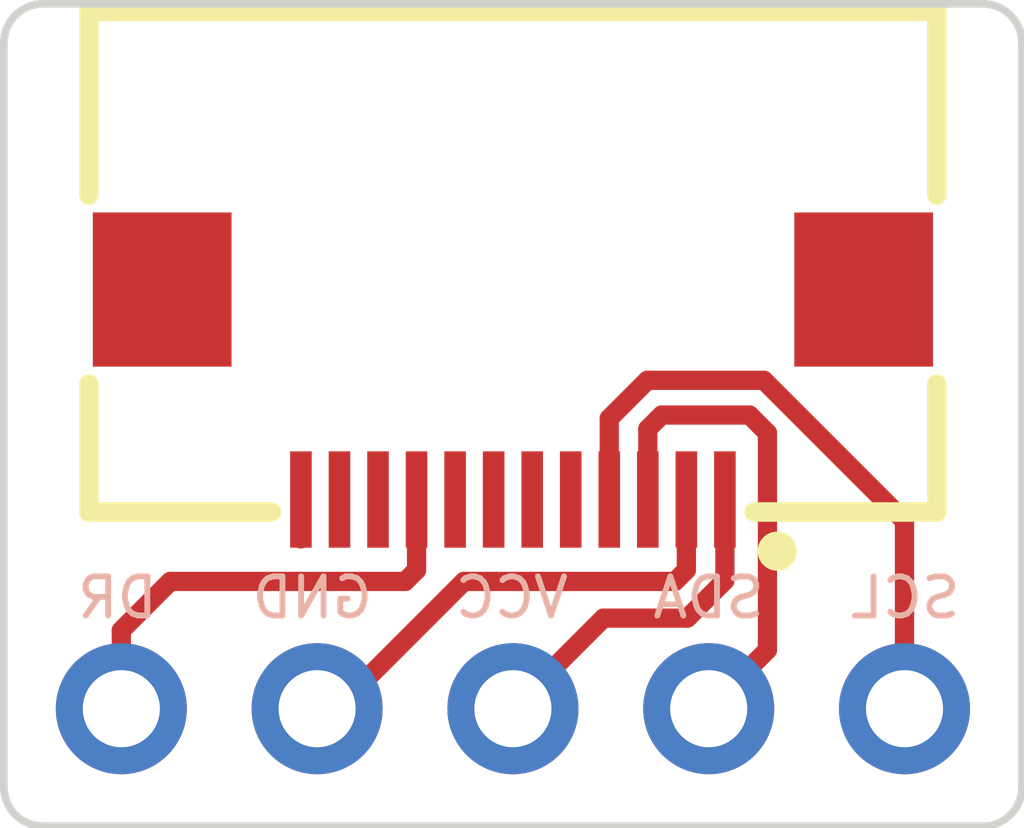
<source format=kicad_pcb>
(kicad_pcb (version 20240108) (generator "pcbnew") (generator_version "8.0")
  (layers (0 "F.Cu" signal) (31 "B.Cu" signal) (34 "B.Paste" user) (35 "F.Paste" user) (36 "B.SilkS" user "B.Silkscreen") (37 "F.SilkS" user "F.Silkscreen") (38 "B.Mask" user) (39 "F.Mask" user) (44 "Edge.Cuts" user))
  (net 0 "")
  (net 1 "VCC")
  (net 3 "DR")
  (net 7 "SDA")
  (net 8 "SCL")
  (net 9 "GND")
  (net 10 "unconnected-(J2-Pin_12-Pad12)")
  (footprint "Connector_PinHeader_2.54mm:PinHeader_1x05_P2.54mm_Vertical_Round" (layer "F.Cu") (at 110.059 107.575 90)
    (property "Reference" "J3" (hide yes))
    (property "Value" "Conn_01x05_Socket" (hide yes))
    (pad "1" thru_hole circle (at 0 0 90) (size 1.7 1.7) (drill 1) (layers "*.Cu" "*.Mask") (net 3 "DR"))
    (pad "2" thru_hole oval (at 0 2.54 90) (size 1.7 1.7) (drill 1) (layers "*.Cu" "*.Mask") (net 9 "GND"))
    (pad "3" thru_hole oval (at 0 5.08 90) (size 1.7 1.7) (drill 1) (layers "*.Cu" "*.Mask") (net 1 "VCC"))
    (pad "4" thru_hole oval (at 0 7.62 90) (size 1.7 1.7) (drill 1) (layers "*.Cu" "*.Mask") (net 7 "SDA"))
    (pad "5" thru_hole oval (at 0 10.16 90) (size 1.7 1.7) (drill 1) (layers "*.Cu" "*.Mask") (net 8 "SCL"))
  )
  (footprint "minimal-ffc-i2c:FPC-SMD_FPC05012-09200-.5mm-rev" (layer "F.Cu") (at 115.139 103.499211 180)
    (property "Reference" "J2" (hide yes))
    (property "Value" "Conn_01x12_Female" (hide yes))
    (fp_line (start 5.5 4.971) (end 5.5 2.588) (stroke (width 0.254)) (layer "F.SilkS"))
    (fp_line (start 5.5 4.971) (end -5.5 4.971) (stroke (width 0.254)) (layer "F.SilkS"))
    (fp_line (start 5.5 0.137) (end 5.5 -1.524) (stroke (width 0.254)) (layer "F.SilkS"))
    (fp_line (start 5.5 -1.524) (end 3.131 -1.524) (stroke (width 0.254)) (layer "F.SilkS"))
    (fp_line (start -5.5 4.971) (end -5.5 2.588) (stroke (width 0.254)) (layer "F.SilkS"))
    (fp_line (start -5.5 0.137) (end -5.5 -1.524) (stroke (width 0.254)) (layer "F.SilkS"))
    (fp_line (start -5.5 -1.524) (end -3.131 -1.524) (stroke (width 0.254)) (layer "F.SilkS"))
    (fp_circle (center -3.429 -2.032) (end -3.302 -2.032) (stroke (width 0.254)) (fill none) (layer "F.SilkS"))
    (pad "1" smd rect (at -2.75 -1.362 180) (size 0.28 1.25) (layers "F.Cu" "F.Paste" "F.Mask") (net 1 "VCC"))
    (pad "2" smd rect (at -2.25 -1.362 180) (size 0.28 1.25) (layers "F.Cu" "F.Paste" "F.Mask") (net 9 "GND"))
    (pad "3" smd rect (at -1.75 -1.362 180) (size 0.28 1.25) (layers "F.Cu" "F.Paste" "F.Mask") (net 7 "SDA"))
    (pad "4" smd rect (at -1.25 -1.362 180) (size 0.28 1.25) (layers "F.Cu" "F.Paste" "F.Mask") (net 8 "SCL"))
    (pad "5" smd rect (at -0.75 -1.362 180) (size 0.28 1.25) (layers "F.Cu" "F.Paste" "F.Mask"))
    (pad "6" smd rect (at -0.25 -1.362 180) (size 0.28 1.25) (layers "F.Cu" "F.Paste" "F.Mask"))
    (pad "7" smd rect (at 0.25 -1.362 180) (size 0.28 1.25) (layers "F.Cu" "F.Paste" "F.Mask"))
    (pad "8" smd rect (at 0.75 -1.362 180) (size 0.28 1.25) (layers "F.Cu" "F.Paste" "F.Mask"))
    (pad "9" smd rect (at 1.25 -1.362 180) (size 0.28 1.25) (layers "F.Cu" "F.Paste" "F.Mask") (net 3 "DR"))
    (pad "10" smd rect (at 1.75 -1.362 180) (size 0.28 1.25) (layers "F.Cu" "F.Paste" "F.Mask"))
    (pad "11" smd rect (at 2.25 -1.362 180) (size 0.28 1.25) (layers "F.Cu" "F.Paste" "F.Mask"))
    (pad "12" smd rect (at 2.75 -1.362 180) (size 0.28 1.25) (layers "F.Cu" "F.Paste" "F.Mask") (net 10 "unconnected-(J2-Pin_12-Pad12)"))
    (pad "13" smd rect (at 4.55 1.362 180) (size 1.8 2) (layers "F.Cu" "F.Paste" "F.Mask"))
    (pad "14" smd rect (at -4.55 1.362 180) (size 1.8 2) (layers "F.Cu" "F.Paste" "F.Mask"))
  )
  (gr_arc (start 121.743 108.591) (mid 121.59421 108.95021) (end 121.235 109.099) (stroke (width 0.1)) (layer "Edge.Cuts"))
  (gr_arc (start 121.235 98.431) (mid 121.59421 98.57979) (end 121.743 98.939) (stroke (width 0.1)) (layer "Edge.Cuts"))
  (gr_line (start 121.235 109.099) (end 109.043 109.099) (stroke (width 0.1)) (layer "Edge.Cuts"))
  (gr_arc (start 109.043 109.099) (mid 108.68379 108.95021) (end 108.535 108.591) (stroke (width 0.1)) (layer "Edge.Cuts"))
  (gr_line (start 109.043 98.431) (end 121.235 98.431) (stroke (width 0.1)) (layer "Edge.Cuts"))
  (gr_line (start 121.743 98.939) (end 121.743 108.591) (stroke (width 0.1)) (layer "Edge.Cuts"))
  (gr_line (start 108.535 108.591) (end 108.535 98.939) (stroke (width 0.1)) (layer "Edge.Cuts"))
  (gr_arc (start 108.535 98.939) (mid 108.68379 98.57979) (end 109.043 98.431) (stroke (width 0.1)) (layer "Edge.Cuts"))
  (gr_text "DR\n" (at 110.567 106.432 -0) (layer "B.SilkS") (effects (font (size 0.508 0.508) (thickness 0.0762)) (justify left bottom mirror)))
  (gr_text "GND" (at 113.361 106.432 -0) (layer "B.SilkS") (effects (font (size 0.508 0.508) (thickness 0.0762)) (justify left bottom mirror)))
  (gr_text "SDA" (at 118.441 106.432 -0) (layer "B.SilkS") (effects (font (size 0.508 0.508) (thickness 0.0762)) (justify left bottom mirror)))
  (gr_text "SCL" (at 120.981 106.432 -0) (layer "B.SilkS") (effects (font (size 0.508 0.508) (thickness 0.0762)) (justify left bottom mirror)))
  (gr_text "VCC" (at 115.901 106.432 -0) (layer "B.SilkS") (effects (font (size 0.508 0.508) (thickness 0.0762)) (justify left bottom mirror)))
  (segment (start 116.314 106.4) (end 115.139 107.575) (width 0.25) (layer "F.Cu") (net 1))
  (segment (start 117.401607 106.4) (end 116.314 106.4) (width 0.25) (layer "F.Cu") (net 1))
  (segment (start 117.889 105.912607) (end 117.401607 106.4) (width 0.25) (layer "F.Cu") (net 1))
  (segment (start 117.889 104.861211) (end 117.889 105.912607) (width 0.25) (layer "F.Cu") (net 1))
  (segment (start 115.52 107.575) (end 115.139 107.575) (width 0.25) (layer "B.Cu") (net 1))
  (segment (start 110.059 106.559) (end 110.059 107.575) (width 0.25) (layer "F.Cu") (net 3))
  (segment (start 110.694 105.924) (end 110.059 106.559) (width 0.25) (layer "F.Cu") (net 3))
  (segment (start 110.059 107.575) (end 110.059 107.956) (width 0.25) (layer "F.Cu") (net 3))
  (segment (start 113.889 105.777) (end 113.742 105.924) (width 0.25) (layer "F.Cu") (net 3))
  (segment (start 113.889 104.861211) (end 113.889 105.777) (width 0.25) (layer "F.Cu") (net 3))
  (segment (start 113.742 105.924) (end 110.694 105.924) (width 0.25) (layer "F.Cu") (net 3))
  (segment (start 116.889 103.946211) (end 117.070211 103.765) (width 0.25) (layer "F.Cu") (net 7))
  (segment (start 118.441 103.998211) (end 118.441 106.813) (width 0.25) (layer "F.Cu") (net 7))
  (segment (start 118.207789 103.765) (end 118.441 103.998211) (width 0.25) (layer "F.Cu") (net 7))
  (segment (start 118.441 106.813) (end 117.679 107.575) (width 0.25) (layer "F.Cu") (net 7))
  (segment (start 116.889 104.861211) (end 116.889 103.946211) (width 0.25) (layer "F.Cu") (net 7))
  (segment (start 117.070211 103.765) (end 118.207789 103.765) (width 0.25) (layer "F.Cu") (net 7))
  (segment (start 120.219 105.139815) (end 120.219 107.575) (width 0.25) (layer "F.Cu") (net 8))
  (segment (start 116.883815 103.315) (end 118.394185 103.315) (width 0.25) (layer "F.Cu") (net 8))
  (segment (start 116.389 103.809815) (end 116.883815 103.315) (width 0.25) (layer "F.Cu") (net 8))
  (segment (start 118.394185 103.315) (end 120.219 105.139815) (width 0.25) (layer "F.Cu") (net 8))
  (segment (start 116.389 104.861211) (end 116.389 103.809815) (width 0.25) (layer "F.Cu") (net 8))
  (segment (start 120.219 107.575) (end 120.219 107.956) (width 0.25) (layer "F.Cu") (net 8))
  (segment (start 117.389 104.861211) (end 117.389 105.776211) (width 0.25) (layer "F.Cu") (net 9))
  (segment (start 117.241211 105.924) (end 114.504 105.924) (width 0.25) (layer "F.Cu") (net 9))
  (segment (start 117.389 105.776211) (end 117.241211 105.924) (width 0.25) (layer "F.Cu") (net 9))
  (segment (start 114.504 105.924) (end 112.853 107.575) (width 0.25) (layer "F.Cu") (net 9))
  (segment (start 112.853 107.575) (end 112.599 107.575) (width 0.25) (layer "F.Cu") (net 9))
  (segment (start 112.98 107.575) (end 112.599 107.575) (width 0.25) (layer "B.Cu") (net 9))
  (segment (start 112.389 105.372) (end 112.389 104.861211) (width 0.25) (layer "F.Cu") (net 10))
)
</source>
